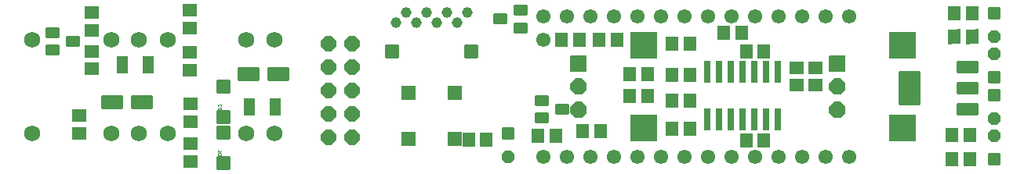
<source format=gbr>
%TF.GenerationSoftware,KiCad,Pcbnew,8.0.5*%
%TF.CreationDate,2024-11-18T15:17:10-05:00*%
%TF.ProjectId,RadioMusic_F rev2-2,52616469-6f4d-4757-9369-635f46207265,rev?*%
%TF.SameCoordinates,Original*%
%TF.FileFunction,Soldermask,Bot*%
%TF.FilePolarity,Negative*%
%FSLAX46Y46*%
G04 Gerber Fmt 4.6, Leading zero omitted, Abs format (unit mm)*
G04 Created by KiCad (PCBNEW 8.0.5) date 2024-11-18 15:17:10*
%MOMM*%
%LPD*%
G01*
G04 APERTURE LIST*
G04 Aperture macros list*
%AMRoundRect*
0 Rectangle with rounded corners*
0 $1 Rounding radius*
0 $2 $3 $4 $5 $6 $7 $8 $9 X,Y pos of 4 corners*
0 Add a 4 corners polygon primitive as box body*
4,1,4,$2,$3,$4,$5,$6,$7,$8,$9,$2,$3,0*
0 Add four circle primitives for the rounded corners*
1,1,$1+$1,$2,$3*
1,1,$1+$1,$4,$5*
1,1,$1+$1,$6,$7*
1,1,$1+$1,$8,$9*
0 Add four rect primitives between the rounded corners*
20,1,$1+$1,$2,$3,$4,$5,0*
20,1,$1+$1,$4,$5,$6,$7,0*
20,1,$1+$1,$6,$7,$8,$9,0*
20,1,$1+$1,$8,$9,$2,$3,0*%
%AMFreePoly0*
4,1,17,0.288426,0.645521,0.645521,0.288426,0.660400,0.252505,0.660400,-0.252505,0.645521,-0.288426,0.288426,-0.645521,0.252505,-0.660400,-0.252505,-0.660400,-0.288426,-0.645521,-0.645521,-0.288426,-0.660400,-0.252505,-0.660400,0.252505,-0.645521,0.288426,-0.288426,0.645521,-0.252505,0.660400,0.252505,0.660400,0.288426,0.645521,0.288426,0.645521,$1*%
%AMFreePoly1*
4,1,17,0.383115,0.874121,0.874121,0.383115,0.889000,0.347194,0.889000,-0.347194,0.874121,-0.383115,0.383115,-0.874121,0.347194,-0.889000,-0.347194,-0.889000,-0.383115,-0.874121,-0.874121,-0.383115,-0.889000,-0.347194,-0.889000,0.347194,-0.874121,0.383115,-0.383115,0.874121,-0.347194,0.889000,0.347194,0.889000,0.383115,0.874121,0.383115,0.874121,$1*%
%AMFreePoly2*
4,1,17,0.351552,0.797921,0.797921,0.351552,0.812800,0.315631,0.812800,-0.315631,0.797921,-0.351552,0.351552,-0.797921,0.315631,-0.812800,-0.315631,-0.812800,-0.351552,-0.797921,-0.797921,-0.351552,-0.812800,-0.315631,-0.812800,0.315631,-0.797921,0.351552,-0.351552,0.797921,-0.315631,0.812800,0.315631,0.812800,0.351552,0.797921,0.351552,0.797921,$1*%
G04 Aperture macros list end*
%ADD10C,0.038100*%
%ADD11C,1.751600*%
%ADD12RoundRect,0.050800X0.609600X-0.609600X0.609600X0.609600X-0.609600X0.609600X-0.609600X-0.609600X0*%
%ADD13FreePoly0,90.000000*%
%ADD14RoundRect,0.050800X-0.609600X0.609600X-0.609600X-0.609600X0.609600X-0.609600X0.609600X0.609600X0*%
%ADD15FreePoly0,270.000000*%
%ADD16RoundRect,0.050800X0.750000X0.750000X-0.750000X0.750000X-0.750000X-0.750000X0.750000X-0.750000X0*%
%ADD17RoundRect,0.050800X-0.675000X-0.675000X0.675000X-0.675000X0.675000X0.675000X-0.675000X0.675000X0*%
%ADD18C,1.151600*%
%ADD19RoundRect,0.050800X0.838200X0.838200X-0.838200X0.838200X-0.838200X-0.838200X0.838200X-0.838200X0*%
%ADD20FreePoly1,180.000000*%
%ADD21RoundRect,0.050800X1.400000X1.400000X-1.400000X1.400000X-1.400000X-1.400000X1.400000X-1.400000X0*%
%ADD22RoundRect,0.050800X-0.650000X-0.750000X0.650000X-0.750000X0.650000X0.750000X-0.650000X0.750000X0*%
%ADD23RoundRect,0.050800X-0.700000X0.500000X-0.700000X-0.500000X0.700000X-0.500000X0.700000X0.500000X0*%
%ADD24FreePoly2,90.000000*%
%ADD25RoundRect,0.050800X1.100000X0.700000X-1.100000X0.700000X-1.100000X-0.700000X1.100000X-0.700000X0*%
%ADD26C,1.549400*%
%ADD27RoundRect,0.050800X0.650000X0.750000X-0.650000X0.750000X-0.650000X-0.750000X0.650000X-0.750000X0*%
%ADD28RoundRect,0.050800X0.700000X-0.500000X0.700000X0.500000X-0.700000X0.500000X-0.700000X-0.500000X0*%
%ADD29RoundRect,0.050800X0.642111X0.756766X-0.657818X0.743152X-0.642111X-0.756766X0.657818X-0.743152X0*%
%ADD30RoundRect,0.050800X0.500000X0.900000X-0.500000X0.900000X-0.500000X-0.900000X0.500000X-0.900000X0*%
%ADD31RoundRect,0.050800X-0.750000X0.650000X-0.750000X-0.650000X0.750000X-0.650000X0.750000X0.650000X0*%
%ADD32RoundRect,0.050800X-0.698500X0.698500X-0.698500X-0.698500X0.698500X-0.698500X0.698500X0.698500X0*%
%ADD33RoundRect,0.050800X0.750000X-0.650000X0.750000X0.650000X-0.750000X0.650000X-0.750000X-0.650000X0*%
%ADD34RoundRect,0.050800X-1.100000X-0.700000X1.100000X-0.700000X1.100000X0.700000X-1.100000X0.700000X0*%
%ADD35RoundRect,0.050800X-0.300000X-1.100000X0.300000X-1.100000X0.300000X1.100000X-0.300000X1.100000X0*%
%ADD36RoundRect,0.050800X-1.117600X0.609600X-1.117600X-0.609600X1.117600X-0.609600X1.117600X0.609600X0*%
%ADD37RoundRect,0.050800X-1.100000X1.800000X-1.100000X-1.800000X1.100000X-1.800000X1.100000X1.800000X0*%
G04 APERTURE END LIST*
D10*
X116381046Y-107911892D02*
X116723946Y-107911892D01*
X116723946Y-107911892D02*
X116723946Y-107830249D01*
X116723946Y-107830249D02*
X116707617Y-107781263D01*
X116707617Y-107781263D02*
X116674960Y-107748606D01*
X116674960Y-107748606D02*
X116642303Y-107732277D01*
X116642303Y-107732277D02*
X116576989Y-107715949D01*
X116576989Y-107715949D02*
X116528003Y-107715949D01*
X116528003Y-107715949D02*
X116462689Y-107732277D01*
X116462689Y-107732277D02*
X116430032Y-107748606D01*
X116430032Y-107748606D02*
X116397375Y-107781263D01*
X116397375Y-107781263D02*
X116381046Y-107830249D01*
X116381046Y-107830249D02*
X116381046Y-107911892D01*
X116691289Y-107585320D02*
X116707617Y-107568992D01*
X116707617Y-107568992D02*
X116723946Y-107536335D01*
X116723946Y-107536335D02*
X116723946Y-107454692D01*
X116723946Y-107454692D02*
X116707617Y-107422035D01*
X116707617Y-107422035D02*
X116691289Y-107405706D01*
X116691289Y-107405706D02*
X116658632Y-107389377D01*
X116658632Y-107389377D02*
X116625975Y-107389377D01*
X116625975Y-107389377D02*
X116576989Y-107405706D01*
X116576989Y-107405706D02*
X116381046Y-107601649D01*
X116381046Y-107601649D02*
X116381046Y-107389377D01*
X116381046Y-112864892D02*
X116723946Y-112864892D01*
X116723946Y-112864892D02*
X116723946Y-112783249D01*
X116723946Y-112783249D02*
X116707617Y-112734263D01*
X116707617Y-112734263D02*
X116674960Y-112701606D01*
X116674960Y-112701606D02*
X116642303Y-112685277D01*
X116642303Y-112685277D02*
X116576989Y-112668949D01*
X116576989Y-112668949D02*
X116528003Y-112668949D01*
X116528003Y-112668949D02*
X116462689Y-112685277D01*
X116462689Y-112685277D02*
X116430032Y-112701606D01*
X116430032Y-112701606D02*
X116397375Y-112734263D01*
X116397375Y-112734263D02*
X116381046Y-112783249D01*
X116381046Y-112783249D02*
X116381046Y-112864892D01*
X116381046Y-112342377D02*
X116381046Y-112538320D01*
X116381046Y-112440349D02*
X116723946Y-112440349D01*
X116723946Y-112440349D02*
X116674960Y-112473006D01*
X116674960Y-112473006D02*
X116642303Y-112505663D01*
X116642303Y-112505663D02*
X116625975Y-112538320D01*
D11*
%TO.C,CHANNEL-CV0*%
X110956100Y-110558600D03*
X119456100Y-110558600D03*
X122456100Y-110558600D03*
%TD*%
%TO.C,RESET-CV0*%
X96351100Y-100398600D03*
X104851100Y-100398600D03*
X107851100Y-100398600D03*
%TD*%
D12*
%TO.C,LED4*%
X200157100Y-113352600D03*
D13*
X200157100Y-110812600D03*
%TD*%
D11*
%TO.C,TIME-CV0*%
X110956100Y-100398600D03*
X119456100Y-100398600D03*
X122456100Y-100398600D03*
%TD*%
D12*
%TO.C,LED2*%
X200157100Y-104462600D03*
D13*
X200157100Y-101922600D03*
%TD*%
D14*
%TO.C,LED5*%
X147706100Y-110558600D03*
D15*
X147706100Y-113098600D03*
%TD*%
D16*
%TO.C,RESET0*%
X141951100Y-111153600D03*
X136951100Y-111153600D03*
X136951100Y-106153600D03*
X141951100Y-106153600D03*
%TD*%
D14*
%TO.C,LED3*%
X200157100Y-106367600D03*
D15*
X200157100Y-108907600D03*
%TD*%
D11*
%TO.C,OUTPUT0*%
X96351100Y-110558600D03*
X104851100Y-110558600D03*
X107851100Y-110558600D03*
%TD*%
D17*
%TO.C,X1*%
X135151100Y-101663600D03*
X143751100Y-101663600D03*
D18*
X135601100Y-98493600D03*
X136701100Y-97393600D03*
X137801100Y-98493600D03*
X138901100Y-97393600D03*
X140001100Y-98493600D03*
X141101100Y-97393600D03*
X142201100Y-98493600D03*
X143301100Y-97393600D03*
%TD*%
D14*
%TO.C,LED1*%
X200157100Y-97477600D03*
D15*
X200157100Y-100017600D03*
%TD*%
D19*
%TO.C,TIME-POT0*%
X155311100Y-102978600D03*
D20*
X155311100Y-105478600D03*
X155311100Y-107978600D03*
D21*
X162311100Y-109978600D03*
X162311100Y-100978600D03*
%TD*%
D19*
%TO.C,CHANNEL-POT0*%
X183251100Y-102978600D03*
D20*
X183251100Y-105478600D03*
X183251100Y-107978600D03*
D21*
X190251100Y-109978600D03*
X190251100Y-100978600D03*
%TD*%
D22*
%TO.C,R16*%
X165425100Y-110050600D03*
X167325100Y-110050600D03*
%TD*%
%TO.C,R1*%
X155773100Y-110304600D03*
X157673100Y-110304600D03*
%TD*%
D23*
%TO.C,D9*%
X149060100Y-97162600D03*
X149060100Y-99062600D03*
X146860100Y-98112600D03*
%TD*%
D24*
%TO.C,SV1*%
X128275100Y-110939600D03*
X130815100Y-110939600D03*
X128275100Y-108399600D03*
X130815100Y-108399600D03*
X128275100Y-105859600D03*
X130815100Y-105859600D03*
X128275100Y-103319600D03*
X130815100Y-103319600D03*
X128275100Y-100779600D03*
X130815100Y-100779600D03*
%TD*%
D25*
%TO.C,C9*%
X119690100Y-104081600D03*
X122890100Y-104081600D03*
%TD*%
D26*
%TO.C,U1*%
X181996100Y-113098600D03*
X179456100Y-113098600D03*
X176916100Y-113098600D03*
X174376100Y-113098600D03*
X179456100Y-97858600D03*
X171836100Y-113098600D03*
X169296100Y-113098600D03*
X166756100Y-113098600D03*
X164216100Y-113098600D03*
X161676100Y-113098600D03*
X159136100Y-113098600D03*
X156596100Y-113098600D03*
X154056100Y-113098600D03*
X151516100Y-113098600D03*
X151516100Y-97858600D03*
X154056100Y-97858600D03*
X156596100Y-97858600D03*
X159136100Y-97858600D03*
X161676100Y-97858600D03*
X164216100Y-97858600D03*
X166756100Y-97858600D03*
X169296100Y-97858600D03*
X171836100Y-97858600D03*
X174376100Y-97858600D03*
X176916100Y-97858600D03*
X181996100Y-97858600D03*
X151516100Y-100398600D03*
X184536100Y-113098600D03*
X184536100Y-97858600D03*
%TD*%
D27*
%TO.C,R7*%
X167325100Y-107002600D03*
X165425100Y-107002600D03*
%TD*%
%TO.C,C5*%
X175326100Y-101668600D03*
X173426100Y-101668600D03*
%TD*%
D28*
%TO.C,D6*%
X98473100Y-101475600D03*
X98473100Y-99575600D03*
X100673100Y-100525600D03*
%TD*%
D27*
%TO.C,R3*%
X159451100Y-100398600D03*
X157551100Y-100398600D03*
%TD*%
D29*
%TO.C,R12*%
X197805048Y-100007652D03*
X195905152Y-100027548D03*
%TD*%
D22*
%TO.C,R5*%
X165425100Y-104208600D03*
X167325100Y-104208600D03*
%TD*%
D27*
%TO.C,R11*%
X197805100Y-97477600D03*
X195905100Y-97477600D03*
%TD*%
D30*
%TO.C,F2*%
X122563100Y-107637600D03*
X119763100Y-107637600D03*
%TD*%
D22*
%TO.C,R2*%
X171013100Y-99636600D03*
X172913100Y-99636600D03*
%TD*%
%TO.C,C3*%
X165425100Y-100779600D03*
X167325100Y-100779600D03*
%TD*%
D31*
%TO.C,R9*%
X113416100Y-107322600D03*
X113416100Y-109222600D03*
%TD*%
D27*
%TO.C,R8*%
X145354100Y-111193600D03*
X143454100Y-111193600D03*
%TD*%
D30*
%TO.C,F1*%
X108847100Y-103065600D03*
X106047100Y-103065600D03*
%TD*%
D27*
%TO.C,R15*%
X152847100Y-110812600D03*
X150947100Y-110812600D03*
%TD*%
D32*
%TO.C,D2*%
X116972100Y-108780600D03*
X116972100Y-105478600D03*
%TD*%
D28*
%TO.C,D5*%
X151305100Y-108841600D03*
X151305100Y-106941600D03*
X153505100Y-107891600D03*
%TD*%
D33*
%TO.C,R10*%
X113416100Y-113540600D03*
X113416100Y-111640600D03*
%TD*%
D22*
%TO.C,R4*%
X160853100Y-104081600D03*
X162753100Y-104081600D03*
%TD*%
D33*
%TO.C,C4*%
X180853100Y-105285600D03*
X180853100Y-103385600D03*
%TD*%
D27*
%TO.C,C8*%
X175326100Y-111320600D03*
X173426100Y-111320600D03*
%TD*%
D22*
%TO.C,C2*%
X153487100Y-100398600D03*
X155387100Y-100398600D03*
%TD*%
D34*
%TO.C,C10*%
X108158100Y-107129600D03*
X104958100Y-107129600D03*
%TD*%
D35*
%TO.C,IC4*%
X169169100Y-103827600D03*
X170439100Y-103827600D03*
X171709100Y-103827600D03*
X172979100Y-103827600D03*
X174249100Y-103827600D03*
X175519100Y-103827600D03*
X176789100Y-103827600D03*
X176789100Y-109027600D03*
X175519100Y-109027600D03*
X174249100Y-109027600D03*
X172979100Y-109027600D03*
X171709100Y-109027600D03*
X170439100Y-109027600D03*
X169169100Y-109027600D03*
%TD*%
D27*
%TO.C,R13*%
X197551100Y-110685600D03*
X195651100Y-110685600D03*
%TD*%
D32*
%TO.C,D1*%
X116972100Y-113733600D03*
X116972100Y-110431600D03*
%TD*%
D22*
%TO.C,C1*%
X160853100Y-106494600D03*
X162753100Y-106494600D03*
%TD*%
D31*
%TO.C,R17*%
X101351100Y-108592600D03*
X101351100Y-110492600D03*
%TD*%
%TO.C,R6*%
X178821100Y-103385600D03*
X178821100Y-105285600D03*
%TD*%
%TO.C,R20*%
X113289100Y-97162600D03*
X113289100Y-99062600D03*
%TD*%
D27*
%TO.C,R14*%
X197551100Y-113352600D03*
X195651100Y-113352600D03*
%TD*%
D33*
%TO.C,R18*%
X102748100Y-99316600D03*
X102748100Y-97416600D03*
%TD*%
%TO.C,R21*%
X113289100Y-103634600D03*
X113289100Y-101734600D03*
%TD*%
D36*
%TO.C,IC1*%
X197286900Y-103294200D03*
X197286900Y-105605600D03*
X197286900Y-107917000D03*
D37*
X191089100Y-105605600D03*
%TD*%
D31*
%TO.C,R19*%
X102748100Y-101607600D03*
X102748100Y-103507600D03*
%TD*%
M02*

</source>
